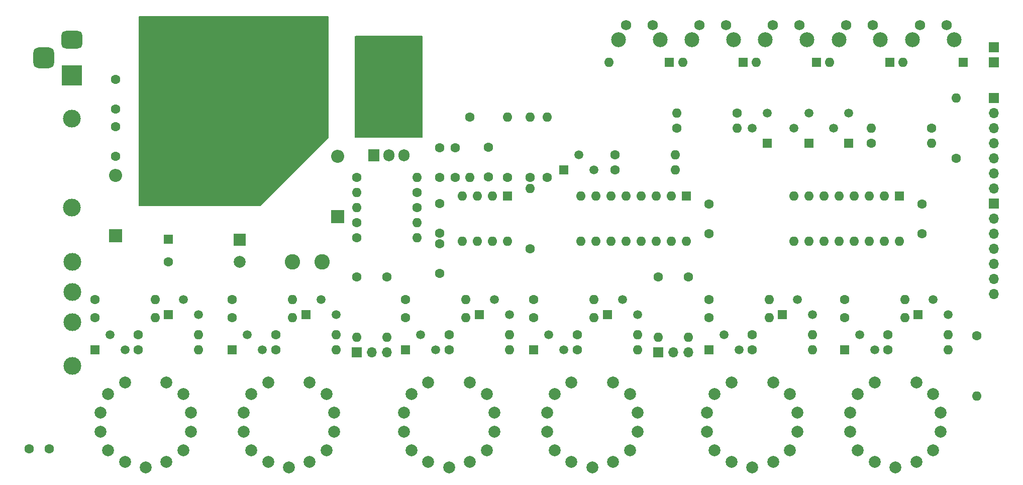
<source format=gbr>
%TF.GenerationSoftware,KiCad,Pcbnew,(6.0.9)*%
%TF.CreationDate,2023-02-11T16:03:26+01:00*%
%TF.ProjectId,display_board,64697370-6c61-4795-9f62-6f6172642e6b,rev?*%
%TF.SameCoordinates,Original*%
%TF.FileFunction,Soldermask,Top*%
%TF.FilePolarity,Negative*%
%FSLAX46Y46*%
G04 Gerber Fmt 4.6, Leading zero omitted, Abs format (unit mm)*
G04 Created by KiCad (PCBNEW (6.0.9)) date 2023-02-11 16:03:26*
%MOMM*%
%LPD*%
G01*
G04 APERTURE LIST*
G04 Aperture macros list*
%AMRoundRect*
0 Rectangle with rounded corners*
0 $1 Rounding radius*
0 $2 $3 $4 $5 $6 $7 $8 $9 X,Y pos of 4 corners*
0 Add a 4 corners polygon primitive as box body*
4,1,4,$2,$3,$4,$5,$6,$7,$8,$9,$2,$3,0*
0 Add four circle primitives for the rounded corners*
1,1,$1+$1,$2,$3*
1,1,$1+$1,$4,$5*
1,1,$1+$1,$6,$7*
1,1,$1+$1,$8,$9*
0 Add four rect primitives between the rounded corners*
20,1,$1+$1,$2,$3,$4,$5,0*
20,1,$1+$1,$4,$5,$6,$7,0*
20,1,$1+$1,$6,$7,$8,$9,0*
20,1,$1+$1,$8,$9,$2,$3,0*%
G04 Aperture macros list end*
%ADD10C,1.600000*%
%ADD11O,1.600000X1.600000*%
%ADD12C,3.000000*%
%ADD13R,1.600000X1.600000*%
%ADD14R,1.500000X1.500000*%
%ADD15C,1.500000*%
%ADD16C,2.000000*%
%ADD17O,5.000000X5.000000*%
%ADD18R,1.905000X2.000000*%
%ADD19O,1.905000X2.000000*%
%ADD20C,2.500000*%
%ADD21C,1.750000*%
%ADD22C,6.350000*%
%ADD23R,1.700000X1.700000*%
%ADD24O,1.700000X1.700000*%
%ADD25R,2.000000X2.000000*%
%ADD26C,2.600000*%
%ADD27R,2.200000X2.200000*%
%ADD28O,2.200000X2.200000*%
%ADD29R,3.500000X3.500000*%
%ADD30RoundRect,0.750000X-1.000000X0.750000X-1.000000X-0.750000X1.000000X-0.750000X1.000000X0.750000X0*%
%ADD31RoundRect,0.875000X-0.875000X0.875000X-0.875000X-0.875000X0.875000X-0.875000X0.875000X0.875000X0*%
G04 APERTURE END LIST*
D10*
%TO.C,R46*%
X169177500Y-85725000D03*
D11*
X179337500Y-85725000D03*
%TD*%
D12*
%TO.C,F1*%
X67177875Y-84137500D03*
X67177875Y-99060000D03*
%TD*%
%TO.C,TP3*%
X67260000Y-118427500D03*
%TD*%
D10*
%TO.C,C4*%
X137427500Y-88900000D03*
X137427500Y-93900000D03*
%TD*%
D13*
%TO.C,V7*%
X217437500Y-74612500D03*
D11*
X207277500Y-74612500D03*
%TD*%
D10*
%TO.C,C9*%
X174575000Y-103505000D03*
X174575000Y-98505000D03*
%TD*%
%TO.C,R12*%
X197435000Y-117657500D03*
D11*
X207595000Y-117657500D03*
%TD*%
D14*
%TO.C,VT11*%
X135840000Y-117157500D03*
D15*
X138380000Y-114617500D03*
X140920000Y-117157500D03*
%TD*%
D16*
%TO.C,E3*%
X151397500Y-128587500D03*
X148540000Y-130492500D03*
X147270000Y-133667500D03*
X147270000Y-136842500D03*
X148540000Y-140017500D03*
X151397500Y-141922500D03*
X154890000Y-142875000D03*
X158382500Y-141922500D03*
X161240000Y-140017500D03*
X162510000Y-136842500D03*
X162510000Y-133667500D03*
X161240000Y-130492500D03*
X158382500Y-128587500D03*
%TD*%
D10*
%TO.C,R6*%
X115202500Y-93980000D03*
D11*
X125362500Y-93980000D03*
%TD*%
D10*
%TO.C,R10*%
X144412500Y-106045000D03*
D11*
X144412500Y-95885000D03*
%TD*%
D16*
%TO.C,E2*%
X178385000Y-128587500D03*
X175527500Y-130492500D03*
X174257500Y-133667500D03*
X174257500Y-136842500D03*
X175527500Y-140017500D03*
X178385000Y-141922500D03*
X181877500Y-142875000D03*
X185370000Y-141922500D03*
X188227500Y-140017500D03*
X189497500Y-136842500D03*
X189497500Y-133667500D03*
X188227500Y-130492500D03*
X185370000Y-128587500D03*
%TD*%
D14*
%TO.C,VT4*%
X145047500Y-123055000D03*
D15*
X147587500Y-120515000D03*
X150127500Y-123055000D03*
%TD*%
D14*
%TO.C,VT14*%
X150127500Y-92710000D03*
D15*
X152667500Y-90170000D03*
X155207500Y-92710000D03*
%TD*%
D10*
%TO.C,R27*%
X130760000Y-120515000D03*
D11*
X140920000Y-120515000D03*
%TD*%
D10*
%TO.C,R32*%
X152350000Y-123055000D03*
D11*
X162510000Y-123055000D03*
%TD*%
D12*
%TO.C,TP1*%
X67260000Y-108267500D03*
%TD*%
D10*
%TO.C,R14*%
X145047500Y-117657500D03*
D11*
X155207500Y-117657500D03*
%TD*%
D10*
%TO.C,R20*%
X145047500Y-114617500D03*
D11*
X155207500Y-114617500D03*
%TD*%
D10*
%TO.C,R22*%
X94247500Y-114617500D03*
D11*
X104407500Y-114617500D03*
%TD*%
D10*
%TO.C,R13*%
X174575000Y-117657500D03*
D11*
X184735000Y-117657500D03*
%TD*%
D14*
%TO.C,VT9*%
X186957500Y-117157500D03*
D15*
X189497500Y-114617500D03*
X192037500Y-117157500D03*
%TD*%
D10*
%TO.C,R30*%
X204737500Y-123055000D03*
D11*
X214897500Y-123055000D03*
%TD*%
D10*
%TO.C,R36*%
X216217500Y-90805000D03*
D11*
X216217500Y-80645000D03*
%TD*%
D10*
%TO.C,R43*%
X212040000Y-85725000D03*
D11*
X201880000Y-85725000D03*
%TD*%
D17*
%TO.C,VT1*%
X120600000Y-73660000D03*
D18*
X118060000Y-90320000D03*
D19*
X120600000Y-90320000D03*
X123140000Y-90320000D03*
%TD*%
D10*
%TO.C,C10*%
X210452500Y-98505000D03*
X210452500Y-103505000D03*
%TD*%
%TO.C,C5*%
X129172500Y-98425000D03*
X129172500Y-103425000D03*
%TD*%
%TO.C,R37*%
X158700000Y-90170000D03*
D11*
X168860000Y-90170000D03*
%TD*%
D10*
%TO.C,R5*%
X115202500Y-101600000D03*
D11*
X125362500Y-101600000D03*
%TD*%
D20*
%TO.C,S3*%
X184075000Y-70802500D03*
X191085000Y-70802500D03*
D21*
X185325000Y-68312500D03*
X189825000Y-68312500D03*
%TD*%
D10*
%TO.C,R39*%
X115202500Y-110807500D03*
D11*
X115202500Y-120967500D03*
%TD*%
D12*
%TO.C,A1*%
X99645000Y-85248627D03*
D22*
X105195788Y-71990375D03*
X83841163Y-93345000D03*
D12*
X91923394Y-77527021D03*
%TD*%
%TO.C,TP2*%
X67260000Y-113347500D03*
%TD*%
D10*
%TO.C,R45*%
X219710000Y-120650000D03*
D11*
X219710000Y-130810000D03*
%TD*%
D14*
%TO.C,VT2*%
X197435000Y-123055000D03*
D15*
X199975000Y-120515000D03*
X202515000Y-123055000D03*
%TD*%
D13*
%TO.C,V6*%
X205055000Y-74612500D03*
D11*
X194895000Y-74612500D03*
%TD*%
D14*
%TO.C,VT12*%
X106630000Y-117157500D03*
D15*
X109170000Y-114617500D03*
X111710000Y-117157500D03*
%TD*%
D23*
%TO.C,X2*%
X222567500Y-98425000D03*
D24*
X222567500Y-100965000D03*
X222567500Y-103505000D03*
X222567500Y-106045000D03*
X222567500Y-108585000D03*
X222567500Y-111125000D03*
X222567500Y-113665000D03*
%TD*%
D14*
%TO.C,VT15*%
X198070000Y-88265000D03*
D15*
X195530000Y-85725000D03*
X198070000Y-83185000D03*
%TD*%
D23*
%TO.C,X6*%
X222567500Y-74612500D03*
%TD*%
D20*
%TO.C,S2*%
X178702500Y-70802500D03*
X171692500Y-70802500D03*
D21*
X172942500Y-68312500D03*
X177442500Y-68312500D03*
%TD*%
D10*
%TO.C,R15*%
X123457500Y-117657500D03*
D11*
X133617500Y-117657500D03*
%TD*%
D20*
%TO.C,S1*%
X166320000Y-70802500D03*
X159310000Y-70802500D03*
D21*
X160560000Y-68312500D03*
X165060000Y-68312500D03*
%TD*%
D14*
%TO.C,VT5*%
X123457500Y-123055000D03*
D15*
X125997500Y-120515000D03*
X128537500Y-123055000D03*
%TD*%
D10*
%TO.C,C6*%
X131792500Y-93980000D03*
X131792500Y-88980000D03*
%TD*%
%TO.C,R26*%
X152350000Y-120515000D03*
D11*
X162510000Y-120515000D03*
%TD*%
D10*
%TO.C,R8*%
X125362500Y-96520000D03*
D11*
X115202500Y-96520000D03*
%TD*%
D10*
%TO.C,R2*%
X147270000Y-93980000D03*
D11*
X147270000Y-83820000D03*
%TD*%
D10*
%TO.C,C11*%
X129172500Y-110172500D03*
X129172500Y-105172500D03*
%TD*%
%TO.C,R3*%
X140602500Y-93980000D03*
D11*
X140602500Y-83820000D03*
%TD*%
D10*
%TO.C,R38*%
X158700000Y-92710000D03*
D11*
X168860000Y-92710000D03*
%TD*%
D14*
%TO.C,VT3*%
X174575000Y-123055000D03*
D15*
X177115000Y-120515000D03*
X179655000Y-123055000D03*
%TD*%
D16*
%TO.C,E6*%
X76150000Y-128587500D03*
X73292500Y-130492500D03*
X72022500Y-133667500D03*
X72022500Y-136842500D03*
X73292500Y-140017500D03*
X76150000Y-141922500D03*
X79642500Y-142875000D03*
X83135000Y-141922500D03*
X85992500Y-140017500D03*
X87262500Y-136842500D03*
X87262500Y-133667500D03*
X85992500Y-130492500D03*
X83135000Y-128587500D03*
%TD*%
D13*
%TO.C,D1*%
X170765000Y-97155000D03*
D11*
X168225000Y-97155000D03*
X165685000Y-97155000D03*
X163145000Y-97155000D03*
X160605000Y-97155000D03*
X158065000Y-97155000D03*
X155525000Y-97155000D03*
X152985000Y-97155000D03*
X152985000Y-104775000D03*
X155525000Y-104775000D03*
X158065000Y-104775000D03*
X160605000Y-104775000D03*
X163145000Y-104775000D03*
X165685000Y-104775000D03*
X168225000Y-104775000D03*
X170765000Y-104775000D03*
%TD*%
D10*
%TO.C,C7*%
X129172500Y-93980000D03*
X129172500Y-88980000D03*
%TD*%
%TO.C,R11*%
X144412500Y-93980000D03*
D11*
X144412500Y-83820000D03*
%TD*%
D10*
%TO.C,R25*%
X181877500Y-120515000D03*
D11*
X192037500Y-120515000D03*
%TD*%
D10*
%TO.C,R34*%
X101550000Y-123055000D03*
D11*
X111710000Y-123055000D03*
%TD*%
D10*
%TO.C,R44*%
X201880000Y-88265000D03*
D11*
X212040000Y-88265000D03*
%TD*%
D14*
%TO.C,VT13*%
X83452500Y-117157500D03*
D15*
X85992500Y-114617500D03*
X88532500Y-117157500D03*
%TD*%
D10*
%TO.C,C2*%
X74562500Y-85487500D03*
X74562500Y-90487500D03*
%TD*%
%TO.C,R40*%
X120282500Y-110807500D03*
D11*
X120282500Y-120967500D03*
%TD*%
D14*
%TO.C,VT8*%
X209817500Y-117157500D03*
D15*
X212357500Y-114617500D03*
X214897500Y-117157500D03*
%TD*%
D13*
%TO.C,V3*%
X167907500Y-74612500D03*
D11*
X157747500Y-74612500D03*
%TD*%
D10*
%TO.C,C3*%
X74562500Y-77470000D03*
X74562500Y-82470000D03*
%TD*%
%TO.C,R4*%
X134252500Y-83820000D03*
D11*
X134252500Y-93980000D03*
%TD*%
D10*
%TO.C,R23*%
X71070000Y-114617500D03*
D11*
X81230000Y-114617500D03*
%TD*%
D10*
%TO.C,R1*%
X60007500Y-139700000D03*
X63407500Y-139700000D03*
%TD*%
D16*
%TO.C,E1*%
X202515000Y-128587500D03*
X199657500Y-130492500D03*
X198387500Y-133667500D03*
X198387500Y-136842500D03*
X199657500Y-140017500D03*
X202515000Y-141922500D03*
X206007500Y-142875000D03*
X209500000Y-141922500D03*
X212357500Y-140017500D03*
X213627500Y-136842500D03*
X213627500Y-133667500D03*
X212357500Y-130492500D03*
X209500000Y-128587500D03*
%TD*%
%TO.C,E5*%
X100280000Y-128587500D03*
X97422500Y-130492500D03*
X96152500Y-133667500D03*
X96152500Y-136842500D03*
X97422500Y-140017500D03*
X100280000Y-141922500D03*
X103772500Y-142875000D03*
X107265000Y-141922500D03*
X110122500Y-140017500D03*
X111392500Y-136842500D03*
X111392500Y-133667500D03*
X110122500Y-130492500D03*
X107265000Y-128587500D03*
%TD*%
D14*
%TO.C,VT7*%
X71070000Y-123055000D03*
D15*
X73610000Y-120515000D03*
X76150000Y-123055000D03*
%TD*%
D10*
%TO.C,R28*%
X101550000Y-120515000D03*
D11*
X111710000Y-120515000D03*
%TD*%
D10*
%TO.C,R18*%
X197435000Y-114617500D03*
D11*
X207595000Y-114617500D03*
%TD*%
D14*
%TO.C,VT6*%
X94247500Y-123055000D03*
D15*
X96787500Y-120515000D03*
X99327500Y-123055000D03*
%TD*%
D10*
%TO.C,R29*%
X78372500Y-120515000D03*
D11*
X88532500Y-120515000D03*
%TD*%
D25*
%TO.C,C8*%
X95517500Y-104467500D03*
D16*
X95517500Y-108267500D03*
%TD*%
D10*
%TO.C,R42*%
X171082500Y-110807500D03*
D11*
X171082500Y-120967500D03*
%TD*%
D26*
%TO.C,L1*%
X104407500Y-108267500D03*
X109407500Y-108267500D03*
%TD*%
D10*
%TO.C,R41*%
X166002500Y-110807500D03*
D11*
X166002500Y-120967500D03*
%TD*%
D13*
%TO.C,V4*%
X180290000Y-74612500D03*
D11*
X170130000Y-74612500D03*
%TD*%
D13*
%TO.C,V5*%
X192672500Y-74612500D03*
D11*
X182512500Y-74612500D03*
%TD*%
D14*
%TO.C,VT10*%
X157430000Y-117157500D03*
D15*
X159970000Y-114617500D03*
X162510000Y-117157500D03*
%TD*%
D20*
%TO.C,S5*%
X208840000Y-70802500D03*
X215850000Y-70802500D03*
D21*
X210090000Y-68312500D03*
X214590000Y-68312500D03*
%TD*%
D12*
%TO.C,TP4*%
X67310000Y-125730000D03*
%TD*%
D13*
%TO.C,D2*%
X206642500Y-97155000D03*
D11*
X204102500Y-97155000D03*
X201562500Y-97155000D03*
X199022500Y-97155000D03*
X196482500Y-97155000D03*
X193942500Y-97155000D03*
X191402500Y-97155000D03*
X188862500Y-97155000D03*
X188862500Y-104775000D03*
X191402500Y-104775000D03*
X193942500Y-104775000D03*
X196482500Y-104775000D03*
X199022500Y-104775000D03*
X201562500Y-104775000D03*
X204102500Y-104775000D03*
X206642500Y-104775000D03*
%TD*%
D10*
%TO.C,R9*%
X115202500Y-104140000D03*
D11*
X125362500Y-104140000D03*
%TD*%
D10*
%TO.C,R19*%
X174575000Y-114617500D03*
D11*
X184735000Y-114617500D03*
%TD*%
D16*
%TO.C,E4*%
X127267500Y-128587500D03*
X124410000Y-130492500D03*
X123140000Y-133667500D03*
X123140000Y-136842500D03*
X124410000Y-140017500D03*
X127267500Y-141922500D03*
X130760000Y-142875000D03*
X134252500Y-141922500D03*
X137110000Y-140017500D03*
X138380000Y-136842500D03*
X138380000Y-133667500D03*
X137110000Y-130492500D03*
X134252500Y-128587500D03*
%TD*%
D23*
%TO.C,X3*%
X222567500Y-80645000D03*
D24*
X222567500Y-83185000D03*
X222567500Y-85725000D03*
X222567500Y-88265000D03*
X222567500Y-90805000D03*
X222567500Y-93345000D03*
X222567500Y-95885000D03*
%TD*%
D13*
%TO.C,C1*%
X83452500Y-104457500D03*
D10*
X83452500Y-108257500D03*
%TD*%
%TO.C,R17*%
X71070000Y-117657500D03*
D11*
X81230000Y-117657500D03*
%TD*%
D10*
%TO.C,R33*%
X130760000Y-123055000D03*
D11*
X140920000Y-123055000D03*
%TD*%
D20*
%TO.C,S4*%
X203467500Y-70802500D03*
X196457500Y-70802500D03*
D21*
X197707500Y-68312500D03*
X202207500Y-68312500D03*
%TD*%
D27*
%TO.C,V1*%
X74562500Y-103822500D03*
D28*
X74562500Y-93662500D03*
%TD*%
D10*
%TO.C,R35*%
X78372500Y-123055000D03*
D11*
X88532500Y-123055000D03*
%TD*%
D23*
%TO.C,X5*%
X166002500Y-123507500D03*
D24*
X168542500Y-123507500D03*
X171082500Y-123507500D03*
%TD*%
D23*
%TO.C,X7*%
X222567500Y-72072500D03*
%TD*%
D10*
%TO.C,R16*%
X94247500Y-117657500D03*
D11*
X104407500Y-117657500D03*
%TD*%
D10*
%TO.C,R7*%
X125362500Y-99060000D03*
D11*
X115202500Y-99060000D03*
%TD*%
D23*
%TO.C,X4*%
X115202500Y-123482500D03*
D24*
X117742500Y-123482500D03*
X120282500Y-123482500D03*
%TD*%
D10*
%TO.C,R24*%
X204737500Y-120515000D03*
D11*
X214897500Y-120515000D03*
%TD*%
D13*
%TO.C,A2*%
X140602500Y-97155000D03*
D11*
X138062500Y-97155000D03*
X135522500Y-97155000D03*
X132982500Y-97155000D03*
X132982500Y-104775000D03*
X135522500Y-104775000D03*
X138062500Y-104775000D03*
X140602500Y-104775000D03*
%TD*%
D29*
%TO.C,X1*%
X67182875Y-76835000D03*
D30*
X67182875Y-70835000D03*
D31*
X62482875Y-73835000D03*
%TD*%
D10*
%TO.C,R21*%
X123457500Y-114617500D03*
D11*
X133617500Y-114617500D03*
%TD*%
D14*
%TO.C,VT17*%
X191402500Y-88265000D03*
D15*
X188862500Y-85725000D03*
X191402500Y-83185000D03*
%TD*%
D27*
%TO.C,V2*%
X112027500Y-100647500D03*
D28*
X112027500Y-90487500D03*
%TD*%
D10*
%TO.C,R47*%
X179337500Y-83185000D03*
D11*
X169177500Y-83185000D03*
%TD*%
D10*
%TO.C,R31*%
X181877500Y-123055000D03*
D11*
X192037500Y-123055000D03*
%TD*%
D14*
%TO.C,VT16*%
X184417500Y-88265000D03*
D15*
X181877500Y-85725000D03*
X184417500Y-83185000D03*
%TD*%
G36*
X126257121Y-70187502D02*
G01*
X126303614Y-70241158D01*
X126315000Y-70293500D01*
X126315000Y-87186500D01*
X126294998Y-87254621D01*
X126241342Y-87301114D01*
X126189000Y-87312500D01*
X115011000Y-87312500D01*
X114942879Y-87292498D01*
X114896386Y-87238842D01*
X114885000Y-87186500D01*
X114885000Y-70293500D01*
X114905002Y-70225379D01*
X114958658Y-70178886D01*
X115011000Y-70167500D01*
X126189000Y-70167500D01*
X126257121Y-70187502D01*
G37*
G36*
X110412121Y-66842502D02*
G01*
X110458614Y-66896158D01*
X110470000Y-66948500D01*
X110470000Y-87270310D01*
X110449998Y-87338431D01*
X110433095Y-87359405D01*
X99006905Y-98785595D01*
X98944593Y-98819621D01*
X98917810Y-98822500D01*
X78596000Y-98822500D01*
X78527879Y-98802498D01*
X78481386Y-98748842D01*
X78470000Y-98696500D01*
X78470000Y-66948500D01*
X78490002Y-66880379D01*
X78543658Y-66833886D01*
X78596000Y-66822500D01*
X110344000Y-66822500D01*
X110412121Y-66842502D01*
G37*
M02*

</source>
